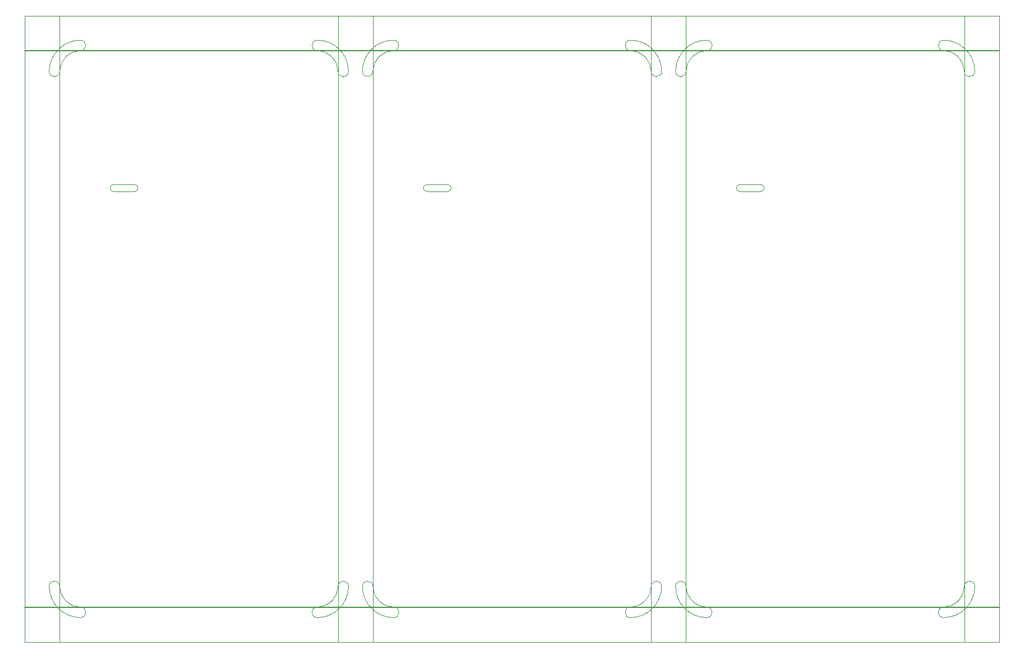
<source format=gm1>
%TF.GenerationSoftware,KiCad,Pcbnew,(5.1.10)-1*%
%TF.CreationDate,2022-01-11T14:12:10+01:00*%
%TF.ProjectId,EspOptoProg Panel,4573704f-7074-46f5-9072-6f672050616e,rev?*%
%TF.SameCoordinates,PXffb3b4c0PY4c4b40*%
%TF.FileFunction,Profile,NP*%
%FSLAX46Y46*%
G04 Gerber Fmt 4.6, Leading zero omitted, Abs format (unit mm)*
G04 Created by KiCad (PCBNEW (5.1.10)-1) date 2022-01-11 14:12:10*
%MOMM*%
%LPD*%
G01*
G04 APERTURE LIST*
%TA.AperFunction,Profile*%
%ADD10C,0.150000*%
%TD*%
%TA.AperFunction,Profile*%
%ADD11C,0.100000*%
%TD*%
G04 APERTURE END LIST*
D10*
X0Y5000000D02*
X140000000Y5000000D01*
X0Y85000000D02*
X140000000Y85000000D01*
D11*
X135000000Y90000000D02*
X135000000Y0D01*
X95000000Y90000000D02*
X95000000Y0D01*
X90000000Y90000000D02*
X90000000Y0D01*
X50000000Y90000000D02*
X50000000Y0D01*
X45000000Y90000000D02*
X45000000Y0D01*
X5000000Y90000000D02*
X5000000Y0D01*
X140000000Y90000000D02*
X140000000Y0D01*
X0Y90000000D02*
X140000000Y90000000D01*
X0Y0D02*
X0Y90000000D01*
X0Y0D02*
X140000000Y0D01*
X3500000Y82000000D02*
G75*
G02*
X8000000Y86500000I4500000J0D01*
G01*
X5000000Y82000000D02*
G75*
G02*
X3500000Y82000000I-750000J0D01*
G01*
X8000000Y86500000D02*
G75*
G02*
X8000000Y85000000I0J-750000D01*
G01*
X42000000Y86500000D02*
G75*
G02*
X46500000Y82000000I0J-4500000D01*
G01*
X42000000Y85000000D02*
G75*
G02*
X42000000Y86500000I0J750000D01*
G01*
X46500000Y82000000D02*
G75*
G02*
X45000000Y82000000I-750000J0D01*
G01*
X8000000Y3500000D02*
G75*
G02*
X3500000Y8000000I0J4500000D01*
G01*
X3500000Y8000000D02*
G75*
G02*
X5000000Y8000000I750000J0D01*
G01*
X8000000Y5000000D02*
G75*
G02*
X8000000Y3500000I0J-750000D01*
G01*
X46500000Y8000000D02*
G75*
G02*
X42000000Y3500000I-4500000J0D01*
G01*
X42000000Y3500000D02*
G75*
G02*
X42000000Y5000000I0J750000D01*
G01*
X45000000Y8000000D02*
G75*
G02*
X46500000Y8000000I750000J0D01*
G01*
X5000000Y82000000D02*
G75*
G02*
X8000000Y85000000I3000000J0D01*
G01*
X45000000Y8000000D02*
G75*
G02*
X42000000Y5000000I-3000000J0D01*
G01*
X8000000Y5000000D02*
G75*
G02*
X5000000Y8000000I0J3000000D01*
G01*
X42000000Y85000000D02*
G75*
G02*
X45000000Y82000000I0J-3000000D01*
G01*
X15750000Y65750000D02*
G75*
G02*
X15750000Y64750000I0J-500000D01*
G01*
X12750000Y64750000D02*
G75*
G02*
X12750000Y65750000I0J500000D01*
G01*
X15750000Y64750000D02*
X12750000Y64750000D01*
X12750000Y65750000D02*
X15750000Y65750000D01*
X48500000Y82000000D02*
G75*
G02*
X53000000Y86500000I4500000J0D01*
G01*
X50000000Y82000000D02*
G75*
G02*
X48500000Y82000000I-750000J0D01*
G01*
X53000000Y86500000D02*
G75*
G02*
X53000000Y85000000I0J-750000D01*
G01*
X87000000Y86500000D02*
G75*
G02*
X91500000Y82000000I0J-4500000D01*
G01*
X87000000Y85000000D02*
G75*
G02*
X87000000Y86500000I0J750000D01*
G01*
X91500000Y82000000D02*
G75*
G02*
X90000000Y82000000I-750000J0D01*
G01*
X53000000Y3500000D02*
G75*
G02*
X48500000Y8000000I0J4500000D01*
G01*
X48500000Y8000000D02*
G75*
G02*
X50000000Y8000000I750000J0D01*
G01*
X53000000Y5000000D02*
G75*
G02*
X53000000Y3500000I0J-750000D01*
G01*
X91500000Y8000000D02*
G75*
G02*
X87000000Y3500000I-4500000J0D01*
G01*
X87000000Y3500000D02*
G75*
G02*
X87000000Y5000000I0J750000D01*
G01*
X90000000Y8000000D02*
G75*
G02*
X91500000Y8000000I750000J0D01*
G01*
X50000000Y82000000D02*
G75*
G02*
X53000000Y85000000I3000000J0D01*
G01*
X90000000Y8000000D02*
G75*
G02*
X87000000Y5000000I-3000000J0D01*
G01*
X53000000Y5000000D02*
G75*
G02*
X50000000Y8000000I0J3000000D01*
G01*
X87000000Y85000000D02*
G75*
G02*
X90000000Y82000000I0J-3000000D01*
G01*
X60750000Y65750000D02*
G75*
G02*
X60750000Y64750000I0J-500000D01*
G01*
X57750000Y64750000D02*
G75*
G02*
X57750000Y65750000I0J500000D01*
G01*
X60750000Y64750000D02*
X57750000Y64750000D01*
X57750000Y65750000D02*
X60750000Y65750000D01*
X93500000Y82000000D02*
G75*
G02*
X98000000Y86500000I4500000J0D01*
G01*
X95000000Y82000000D02*
G75*
G02*
X93500000Y82000000I-750000J0D01*
G01*
X98000000Y86500000D02*
G75*
G02*
X98000000Y85000000I0J-750000D01*
G01*
X132000000Y86500000D02*
G75*
G02*
X136500000Y82000000I0J-4500000D01*
G01*
X132000000Y85000000D02*
G75*
G02*
X132000000Y86500000I0J750000D01*
G01*
X136500000Y82000000D02*
G75*
G02*
X135000000Y82000000I-750000J0D01*
G01*
X98000000Y3500000D02*
G75*
G02*
X93500000Y8000000I0J4500000D01*
G01*
X93500000Y8000000D02*
G75*
G02*
X95000000Y8000000I750000J0D01*
G01*
X98000000Y5000000D02*
G75*
G02*
X98000000Y3500000I0J-750000D01*
G01*
X136500000Y8000000D02*
G75*
G02*
X132000000Y3500000I-4500000J0D01*
G01*
X132000000Y3500000D02*
G75*
G02*
X132000000Y5000000I0J750000D01*
G01*
X135000000Y8000000D02*
G75*
G02*
X136500000Y8000000I750000J0D01*
G01*
X95000000Y82000000D02*
G75*
G02*
X98000000Y85000000I3000000J0D01*
G01*
X135000000Y8000000D02*
G75*
G02*
X132000000Y5000000I-3000000J0D01*
G01*
X98000000Y5000000D02*
G75*
G02*
X95000000Y8000000I0J3000000D01*
G01*
X132000000Y85000000D02*
G75*
G02*
X135000000Y82000000I0J-3000000D01*
G01*
X105750000Y65750000D02*
G75*
G02*
X105750000Y64750000I0J-500000D01*
G01*
X102750000Y64750000D02*
G75*
G02*
X102750000Y65750000I0J500000D01*
G01*
X105750000Y64750000D02*
X102750000Y64750000D01*
X102750000Y65750000D02*
X105750000Y65750000D01*
M02*

</source>
